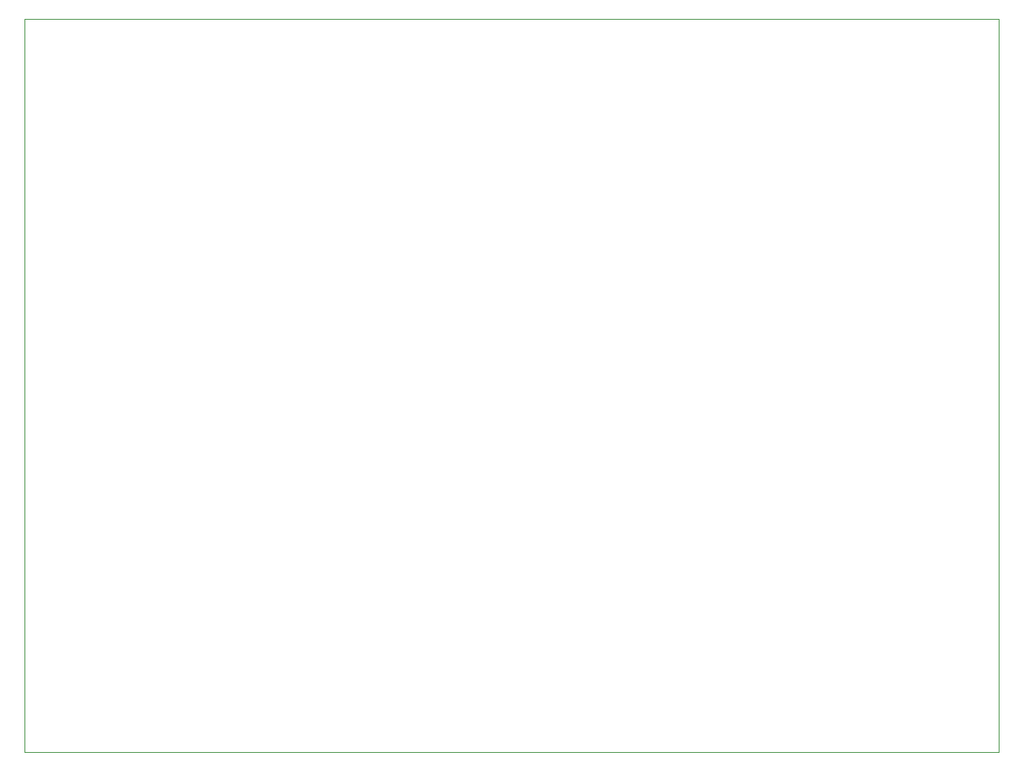
<source format=gm1>
G04 #@! TF.GenerationSoftware,KiCad,Pcbnew,8.0.2*
G04 #@! TF.CreationDate,2024-09-17T18:27:48+03:00*
G04 #@! TF.ProjectId,ad4080_evb_experimenter,61643430-3830-45f6-9576-625f65787065,rev?*
G04 #@! TF.SameCoordinates,Original*
G04 #@! TF.FileFunction,Profile,NP*
%FSLAX46Y46*%
G04 Gerber Fmt 4.6, Leading zero omitted, Abs format (unit mm)*
G04 Created by KiCad (PCBNEW 8.0.2) date 2024-09-17 18:27:48*
%MOMM*%
%LPD*%
G01*
G04 APERTURE LIST*
G04 #@! TA.AperFunction,Profile*
%ADD10C,0.100000*%
G04 #@! TD*
G04 APERTURE END LIST*
D10*
X29210000Y-44521000D02*
X133604000Y-44521000D01*
X133604000Y-123190000D01*
X29210000Y-123190000D01*
X29210000Y-44521000D01*
M02*

</source>
